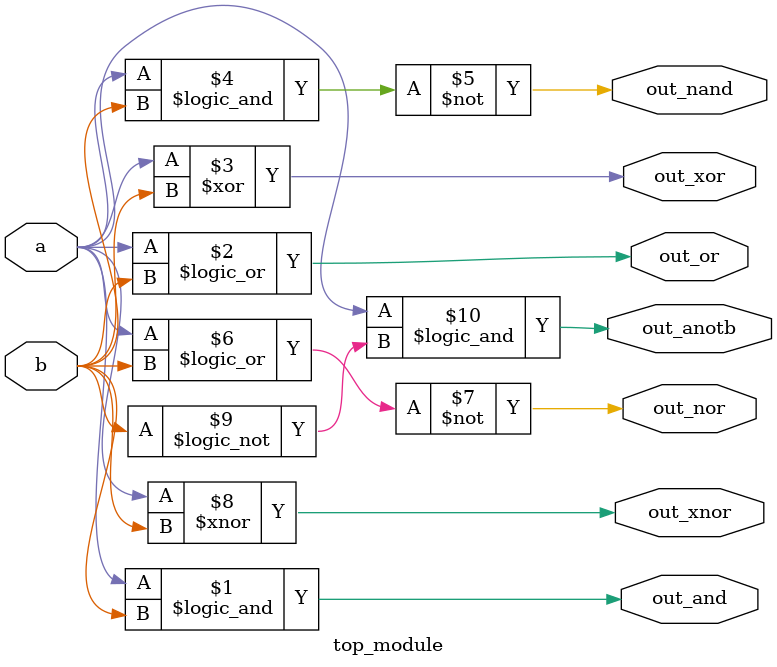
<source format=v>
module top_module( 
    input a, b,
    output wire  out_and,
    output wire  out_or,
    output wire  out_xor,
    output wire  out_nand,
    output wire  out_nor,
    output wire  out_xnor,
    output wire  out_anotb
);

assign out_and       =      a && b      ;
assign out_or        =      a || b      ;
assign out_xor       =      a ^  b      ;
assign out_nand      =      ~ (a && b)  ;
assign out_nor       =      ~ (a || b)  ;
assign out_xnor      =      a ^~ b      ;
assign out_anotb     =      a && !b     ;

endmodule
</source>
